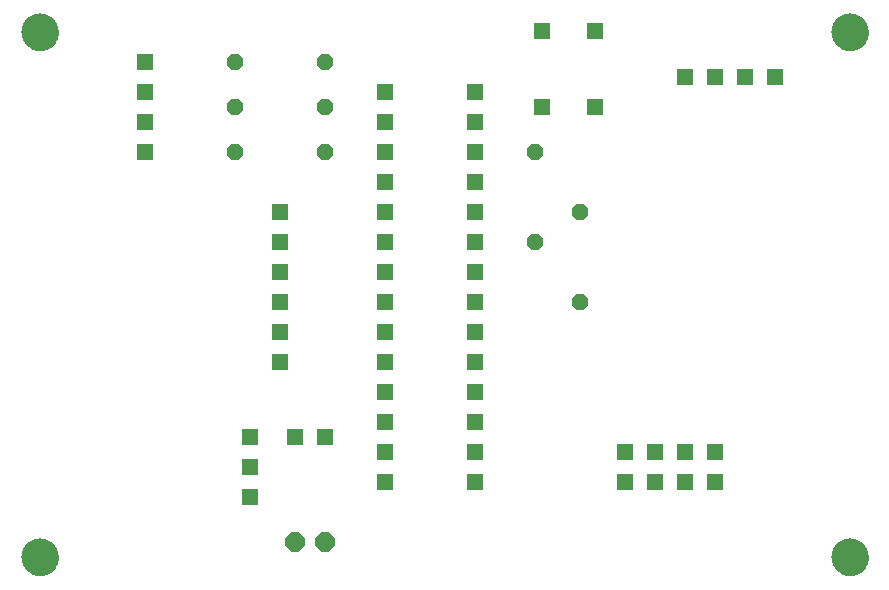
<source format=gts>
G75*
%MOIN*%
%OFA0B0*%
%FSLAX24Y24*%
%IPPOS*%
%LPD*%
%AMOC8*
5,1,8,0,0,1.08239X$1,22.5*
%
%ADD10C,0.0000*%
%ADD11C,0.1240*%
%ADD12R,0.0555X0.0555*%
%ADD13OC8,0.0560*%
%ADD14OC8,0.0640*%
D10*
X000580Y001180D02*
X000582Y001229D01*
X000588Y001277D01*
X000598Y001325D01*
X000612Y001372D01*
X000629Y001418D01*
X000650Y001462D01*
X000675Y001504D01*
X000703Y001544D01*
X000735Y001582D01*
X000769Y001617D01*
X000806Y001649D01*
X000845Y001678D01*
X000887Y001704D01*
X000931Y001726D01*
X000976Y001744D01*
X001023Y001759D01*
X001070Y001770D01*
X001119Y001777D01*
X001168Y001780D01*
X001217Y001779D01*
X001265Y001774D01*
X001314Y001765D01*
X001361Y001752D01*
X001407Y001735D01*
X001451Y001715D01*
X001494Y001691D01*
X001535Y001664D01*
X001573Y001633D01*
X001609Y001600D01*
X001641Y001564D01*
X001671Y001525D01*
X001698Y001484D01*
X001721Y001440D01*
X001740Y001395D01*
X001756Y001349D01*
X001768Y001302D01*
X001776Y001253D01*
X001780Y001204D01*
X001780Y001156D01*
X001776Y001107D01*
X001768Y001058D01*
X001756Y001011D01*
X001740Y000965D01*
X001721Y000920D01*
X001698Y000876D01*
X001671Y000835D01*
X001641Y000796D01*
X001609Y000760D01*
X001573Y000727D01*
X001535Y000696D01*
X001494Y000669D01*
X001451Y000645D01*
X001407Y000625D01*
X001361Y000608D01*
X001314Y000595D01*
X001265Y000586D01*
X001217Y000581D01*
X001168Y000580D01*
X001119Y000583D01*
X001070Y000590D01*
X001023Y000601D01*
X000976Y000616D01*
X000931Y000634D01*
X000887Y000656D01*
X000845Y000682D01*
X000806Y000711D01*
X000769Y000743D01*
X000735Y000778D01*
X000703Y000816D01*
X000675Y000856D01*
X000650Y000898D01*
X000629Y000942D01*
X000612Y000988D01*
X000598Y001035D01*
X000588Y001083D01*
X000582Y001131D01*
X000580Y001180D01*
X000580Y018680D02*
X000582Y018729D01*
X000588Y018777D01*
X000598Y018825D01*
X000612Y018872D01*
X000629Y018918D01*
X000650Y018962D01*
X000675Y019004D01*
X000703Y019044D01*
X000735Y019082D01*
X000769Y019117D01*
X000806Y019149D01*
X000845Y019178D01*
X000887Y019204D01*
X000931Y019226D01*
X000976Y019244D01*
X001023Y019259D01*
X001070Y019270D01*
X001119Y019277D01*
X001168Y019280D01*
X001217Y019279D01*
X001265Y019274D01*
X001314Y019265D01*
X001361Y019252D01*
X001407Y019235D01*
X001451Y019215D01*
X001494Y019191D01*
X001535Y019164D01*
X001573Y019133D01*
X001609Y019100D01*
X001641Y019064D01*
X001671Y019025D01*
X001698Y018984D01*
X001721Y018940D01*
X001740Y018895D01*
X001756Y018849D01*
X001768Y018802D01*
X001776Y018753D01*
X001780Y018704D01*
X001780Y018656D01*
X001776Y018607D01*
X001768Y018558D01*
X001756Y018511D01*
X001740Y018465D01*
X001721Y018420D01*
X001698Y018376D01*
X001671Y018335D01*
X001641Y018296D01*
X001609Y018260D01*
X001573Y018227D01*
X001535Y018196D01*
X001494Y018169D01*
X001451Y018145D01*
X001407Y018125D01*
X001361Y018108D01*
X001314Y018095D01*
X001265Y018086D01*
X001217Y018081D01*
X001168Y018080D01*
X001119Y018083D01*
X001070Y018090D01*
X001023Y018101D01*
X000976Y018116D01*
X000931Y018134D01*
X000887Y018156D01*
X000845Y018182D01*
X000806Y018211D01*
X000769Y018243D01*
X000735Y018278D01*
X000703Y018316D01*
X000675Y018356D01*
X000650Y018398D01*
X000629Y018442D01*
X000612Y018488D01*
X000598Y018535D01*
X000588Y018583D01*
X000582Y018631D01*
X000580Y018680D01*
X027580Y018680D02*
X027582Y018729D01*
X027588Y018777D01*
X027598Y018825D01*
X027612Y018872D01*
X027629Y018918D01*
X027650Y018962D01*
X027675Y019004D01*
X027703Y019044D01*
X027735Y019082D01*
X027769Y019117D01*
X027806Y019149D01*
X027845Y019178D01*
X027887Y019204D01*
X027931Y019226D01*
X027976Y019244D01*
X028023Y019259D01*
X028070Y019270D01*
X028119Y019277D01*
X028168Y019280D01*
X028217Y019279D01*
X028265Y019274D01*
X028314Y019265D01*
X028361Y019252D01*
X028407Y019235D01*
X028451Y019215D01*
X028494Y019191D01*
X028535Y019164D01*
X028573Y019133D01*
X028609Y019100D01*
X028641Y019064D01*
X028671Y019025D01*
X028698Y018984D01*
X028721Y018940D01*
X028740Y018895D01*
X028756Y018849D01*
X028768Y018802D01*
X028776Y018753D01*
X028780Y018704D01*
X028780Y018656D01*
X028776Y018607D01*
X028768Y018558D01*
X028756Y018511D01*
X028740Y018465D01*
X028721Y018420D01*
X028698Y018376D01*
X028671Y018335D01*
X028641Y018296D01*
X028609Y018260D01*
X028573Y018227D01*
X028535Y018196D01*
X028494Y018169D01*
X028451Y018145D01*
X028407Y018125D01*
X028361Y018108D01*
X028314Y018095D01*
X028265Y018086D01*
X028217Y018081D01*
X028168Y018080D01*
X028119Y018083D01*
X028070Y018090D01*
X028023Y018101D01*
X027976Y018116D01*
X027931Y018134D01*
X027887Y018156D01*
X027845Y018182D01*
X027806Y018211D01*
X027769Y018243D01*
X027735Y018278D01*
X027703Y018316D01*
X027675Y018356D01*
X027650Y018398D01*
X027629Y018442D01*
X027612Y018488D01*
X027598Y018535D01*
X027588Y018583D01*
X027582Y018631D01*
X027580Y018680D01*
X027580Y001180D02*
X027582Y001229D01*
X027588Y001277D01*
X027598Y001325D01*
X027612Y001372D01*
X027629Y001418D01*
X027650Y001462D01*
X027675Y001504D01*
X027703Y001544D01*
X027735Y001582D01*
X027769Y001617D01*
X027806Y001649D01*
X027845Y001678D01*
X027887Y001704D01*
X027931Y001726D01*
X027976Y001744D01*
X028023Y001759D01*
X028070Y001770D01*
X028119Y001777D01*
X028168Y001780D01*
X028217Y001779D01*
X028265Y001774D01*
X028314Y001765D01*
X028361Y001752D01*
X028407Y001735D01*
X028451Y001715D01*
X028494Y001691D01*
X028535Y001664D01*
X028573Y001633D01*
X028609Y001600D01*
X028641Y001564D01*
X028671Y001525D01*
X028698Y001484D01*
X028721Y001440D01*
X028740Y001395D01*
X028756Y001349D01*
X028768Y001302D01*
X028776Y001253D01*
X028780Y001204D01*
X028780Y001156D01*
X028776Y001107D01*
X028768Y001058D01*
X028756Y001011D01*
X028740Y000965D01*
X028721Y000920D01*
X028698Y000876D01*
X028671Y000835D01*
X028641Y000796D01*
X028609Y000760D01*
X028573Y000727D01*
X028535Y000696D01*
X028494Y000669D01*
X028451Y000645D01*
X028407Y000625D01*
X028361Y000608D01*
X028314Y000595D01*
X028265Y000586D01*
X028217Y000581D01*
X028168Y000580D01*
X028119Y000583D01*
X028070Y000590D01*
X028023Y000601D01*
X027976Y000616D01*
X027931Y000634D01*
X027887Y000656D01*
X027845Y000682D01*
X027806Y000711D01*
X027769Y000743D01*
X027735Y000778D01*
X027703Y000816D01*
X027675Y000856D01*
X027650Y000898D01*
X027629Y000942D01*
X027612Y000988D01*
X027598Y001035D01*
X027588Y001083D01*
X027582Y001131D01*
X027580Y001180D01*
D11*
X001180Y001180D03*
X001180Y018680D03*
X028180Y018680D03*
X028180Y001180D03*
D12*
X023680Y003680D03*
X022680Y003680D03*
X021680Y003680D03*
X020680Y003680D03*
X020680Y004680D03*
X021680Y004680D03*
X022680Y004680D03*
X023680Y004680D03*
X015680Y004680D03*
X015680Y003680D03*
X015680Y005680D03*
X015680Y006680D03*
X015680Y007680D03*
X015680Y008680D03*
X015680Y009680D03*
X015680Y010680D03*
X015680Y011680D03*
X015680Y012680D03*
X015680Y013680D03*
X015680Y014680D03*
X015680Y015680D03*
X015680Y016680D03*
X017908Y016180D03*
X019680Y016180D03*
X022680Y017180D03*
X023680Y017180D03*
X024680Y017180D03*
X025680Y017180D03*
X019680Y018739D03*
X017908Y018739D03*
X012680Y016680D03*
X012680Y015680D03*
X012680Y014680D03*
X012680Y013680D03*
X012680Y012680D03*
X012680Y011680D03*
X012680Y010680D03*
X012680Y009680D03*
X012680Y008680D03*
X012680Y007680D03*
X012680Y006680D03*
X012680Y005680D03*
X012680Y004680D03*
X012680Y003680D03*
X010680Y005180D03*
X009680Y005180D03*
X008180Y005180D03*
X008180Y004180D03*
X008180Y003180D03*
X009180Y007680D03*
X009180Y008680D03*
X009180Y009680D03*
X009180Y010680D03*
X009180Y011680D03*
X009180Y012680D03*
X004680Y014680D03*
X004680Y015680D03*
X004680Y016680D03*
X004680Y017680D03*
D13*
X007680Y017680D03*
X007680Y016180D03*
X007680Y014680D03*
X010680Y014680D03*
X010680Y016180D03*
X010680Y017680D03*
X017680Y014680D03*
X019180Y012680D03*
X017680Y011680D03*
X019180Y009680D03*
D14*
X010680Y001680D03*
X009680Y001680D03*
M02*

</source>
